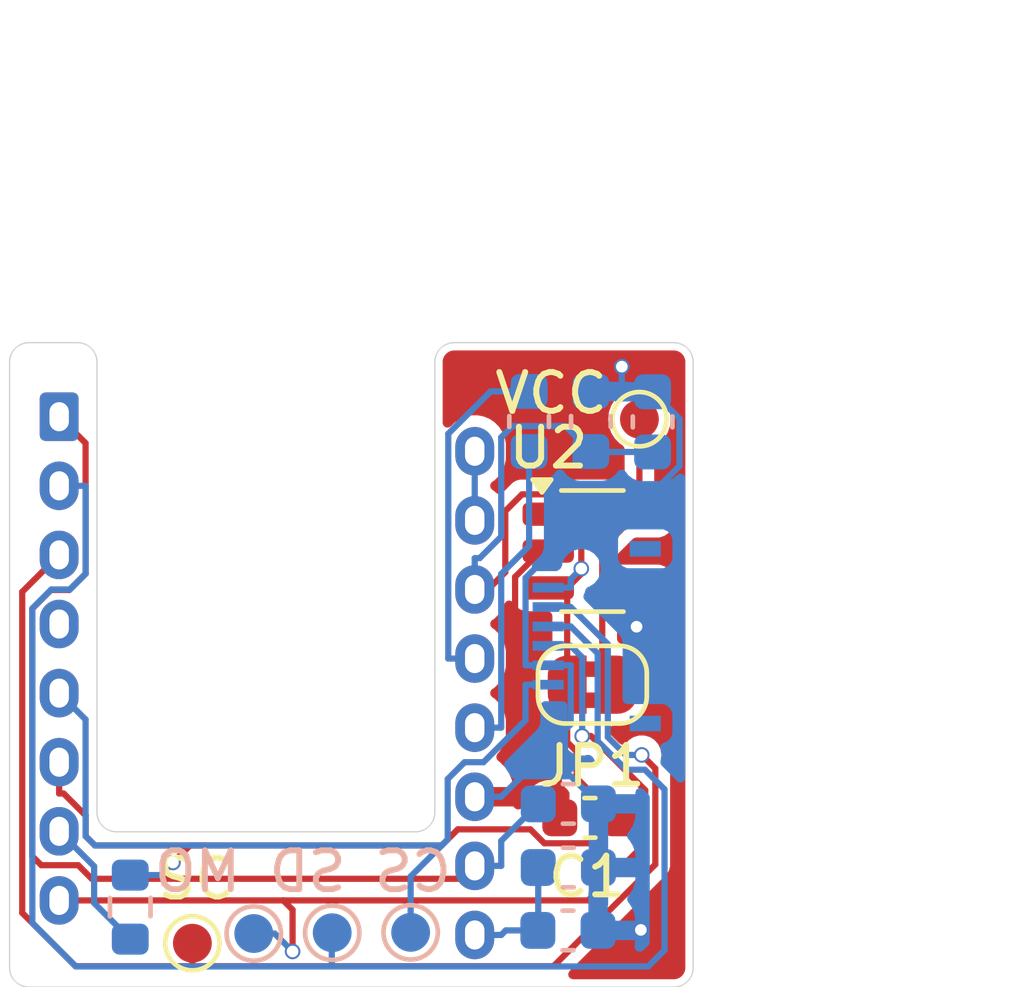
<source format=kicad_pcb>
(kicad_pcb (version 20240108) (generator "pcbnew") (generator_version "8.0")
  (layers (0 "F.Cu" signal) (31 "B.Cu" signal) (34 "B.Paste" user) (35 "F.Paste" user) (36 "B.SilkS" user "B.Silkscreen") (37 "F.SilkS" user "F.Silkscreen") (38 "B.Mask" user) (39 "F.Mask" user) (44 "Edge.Cuts" user))
  (net 0 "")
  (net 1 "GND")
  (net 2 "VCC_1.8V")
  (net 3 "Net-(U1-VCP)")
  (net 4 "Net-(U1-CN)")
  (net 5 "Net-(U1-CP)")
  (net 6 "Net-(U1-+VCSEL)")
  (net 7 "Net-(U1-NRESET)")
  (net 8 "NCS")
  (net 9 "SDIO")
  (net 10 "Net-(U1--VCSEL)")
  (net 11 "MOTION")
  (net 13 "SCLK")
  (net 14 "VCC_3.3_or_1.8V")
  (footprint "Jumper:SolderJumper-2_P1.3mm_Bridged2Bar_RoundedPad1.0x1.5mm" (layer "F.Cu") (at 39.9832 36.3233)
    (property "Reference" "JP1" (at -0.0132 2.0967 0) (layer "F.SilkS") (effects (font (thickness 0.153))))
    (property "Value" "Jumper_2_Bridged" (hide yes))
    (fp_poly (pts (xy -0.25 -0.6) (xy 0.25 -0.6) (xy 0.25 -0.2) (xy -0.25 -0.2)) (fill solid) (layer "F.Cu"))
    (fp_poly (pts (xy -0.25 0.2) (xy 0.25 0.2) (xy 0.25 0.6) (xy -0.25 0.6)) (fill solid) (layer "F.Cu"))
    (fp_line (start -1.4 0.3) (end -1.4 -0.3) (stroke (width 0.12)) (layer "F.SilkS"))
    (fp_line (start -0.7 -1) (end 0.7 -1) (stroke (width 0.12)) (layer "F.SilkS"))
    (fp_line (start 0.7 1) (end -0.7 1) (stroke (width 0.12)) (layer "F.SilkS"))
    (fp_line (start 1.4 -0.3) (end 1.4 0.3) (stroke (width 0.12)) (layer "F.SilkS"))
    (fp_arc (start -1.4 -0.3) (mid -1.194975 -0.794975) (end -0.7 -1) (stroke (width 0.12)) (layer "F.SilkS"))
    (fp_arc (start -0.7 1) (mid -1.194975 0.794975) (end -1.4 0.3) (stroke (width 0.12)) (layer "F.SilkS"))
    (fp_arc (start 0.7 -1) (mid 1.194975 -0.794975) (end 1.4 -0.3) (stroke (width 0.12)) (layer "F.SilkS"))
    (fp_arc (start 1.4 0.3) (mid 1.194975 0.794975) (end 0.7 1) (stroke (width 0.12)) (layer "F.SilkS"))
    (pad "1" smd custom (at -0.65 0) (size 1 0.5) (layers "F.Cu" "F.Mask") (net 14 "VCC_3.3_or_1.8V") (options (clearance outline) (anchor rect)) (primitives (gr_circle (center 0 0.25) (end 0.5 0.25) (width 0) (fill yes)) (gr_circle (center 0 -0.25) (end 0.5 -0.25) (width 0) (fill yes)) (gr_poly (pts (xy 0.5 0.75) (xy 0 0.75) (xy 0 -0.75) (xy 0.5 -0.75)) (width 0) (fill yes))))
    (pad "2" smd custom (at 0.65 0) (size 1 0.5) (layers "F.Cu" "F.Mask") (net 2 "VCC_1.8V") (options (clearance outline) (anchor rect)) (primitives (gr_circle (center 0 0.25) (end 0.5 0.25) (width 0) (fill yes)) (gr_circle (center 0 -0.25) (end 0.5 -0.25) (width 0) (fill yes)) (gr_poly (pts (xy 0 0.75) (xy -0.5 0.75) (xy -0.5 -0.75) (xy 0 -0.75)) (width 0) (fill yes))))
  )
  (footprint "Capacitor_SMD:C_0603_1608Metric" (layer "F.Cu") (at 39.9182 39.7533 180)
    (property "Reference" "C1" (at 0.0782 -1.5167 0) (layer "F.SilkS") (effects (font (thickness 0.153))))
    (property "Value" "100nF")
    (fp_line (start -0.14058 0.51) (end 0.14058 0.51) (stroke (width 0.12)) (layer "F.SilkS"))
    (fp_line (start -0.14058 -0.51) (end 0.14058 -0.51) (stroke (width 0.12)) (layer "F.SilkS"))
    (pad "1" smd roundrect (at -0.775 0 180) (size 0.9 0.95) (layers "F.Cu" "F.Paste" "F.Mask") (net 14 "VCC_3.3_or_1.8V"))
    (pad "2" smd roundrect (at 0.775 0 180) (size 0.9 0.95) (layers "F.Cu" "F.Paste" "F.Mask") (net 1 "GND"))
  )
  (footprint "0_pmw3610-breakout:PMW3610DM-SUDU 16Pin" (layer "F.Cu") (at 31.6032 35.5883 90)
    (property "Reference" "U1" (hide yes))
    (property "Value" "PMW3610")
    (pad "1" thru_hole roundrect (at 6.168 -5.35 270) (size 1.25 1) (drill oval 0.75 0.5) (layers "*.Cu" "*.Mask") (roundrect_rratio 0.15) (net 6 "Net-(U1-+VCSEL)"))
    (pad "2" thru_hole oval (at 4.388 -5.35 270) (size 1.25 1) (drill oval 0.75 0.5) (layers "*.Cu" "*.Mask") (net 9 "SDIO"))
    (pad "3" thru_hole oval (at 2.608 -5.35 270) (size 1.25 1) (drill oval 0.75 0.5) (layers "*.Cu" "*.Mask") (net 13 "SCLK"))
    (pad "4" thru_hole oval (at 0.828 -5.35 270) (size 1.25 1) (drill oval 0.75 0.5) (layers "*.Cu" "*.Mask"))
    (pad "5" thru_hole oval (at -0.952 -5.35 270) (size 1.25 1) (drill oval 0.75 0.5) (layers "*.Cu" "*.Mask") (net 8 "NCS"))
    (pad "6" thru_hole oval (at -2.732 -5.35 270) (size 1.25 1) (drill oval 0.75 0.5) (layers "*.Cu" "*.Mask") (net 14 "VCC_3.3_or_1.8V"))
    (pad "7" thru_hole oval (at -4.512 -5.35 270) (size 1.25 1) (drill oval 0.75 0.5) (layers "*.Cu" "*.Mask") (net 7 "Net-(U1-NRESET)"))
    (pad "8" thru_hole oval (at -6.292 -5.35 270) (size 1.25 1) (drill oval 0.75 0.5) (layers "*.Cu" "*.Mask") (net 11 "MOTION"))
    (pad "9" thru_hole oval (at -7.182 5.35 270) (size 1.25 1) (drill oval 0.75 0.5) (layers "*.Cu" "*.Mask") (net 3 "Net-(U1-VCP)"))
    (pad "10" thru_hole oval (at -5.402 5.35 270) (size 1.25 1) (drill oval 0.75 0.5) (layers "*.Cu" "*.Mask") (net 6 "Net-(U1-+VCSEL)"))
    (pad "11" thru_hole oval (at -3.622 5.35 270) (size 1.25 1) (drill oval 0.75 0.5) (layers "*.Cu" "*.Mask") (net 1 "GND"))
    (pad "12" thru_hole oval (at -1.842 5.35 270) (size 1.25 1) (drill oval 0.75 0.5) (layers "*.Cu" "*.Mask") (net 5 "Net-(U1-CP)"))
    (pad "13" thru_hole oval (at -0.062 5.35 270) (size 1.25 1) (drill oval 0.75 0.5) (layers "*.Cu" "*.Mask") (net 4 "Net-(U1-CN)"))
    (pad "14" thru_hole oval (at 1.718 5.35 270) (size 1.25 1) (drill oval 0.75 0.5) (layers "*.Cu" "*.Mask") (net 2 "VCC_1.8V"))
    (pad "15" thru_hole oval (at 3.498 5.35 270) (size 1.25 1) (drill oval 0.75 0.5) (layers "*.Cu" "*.Mask") (net 10 "Net-(U1--VCSEL)"))
    (pad "16" thru_hole oval (at 5.278 5.35 270) (size 1.25 1) (drill oval 0.75 0.5) (layers "*.Cu" "*.Mask") (net 10 "Net-(U1--VCSEL)"))
    (zone (net 0) (net_name "") (layers "*.Cu" "F.CrtYd") (connect_pads (clearance 0)) (min_thickness 0.254)
      (keepout (tracks not_allowed) (vias not_allowed) (pads not_allowed) (copperpour not_allowed) (footprints not_allowed))
      (fill (thermal_gap 0.508) (thermal_bridge_width 0.508))
      (polygon (pts (xy 27.2544 40.0895) (xy 27.2452 26.5967) (xy 35.932 26.5967) (xy 35.992 40.0895)))
    )
  )
  (footprint "TestPoint:TestPoint_Pad_D1.0mm" (layer "F.Cu") (at 41.1932 29.4833)
    (property "Reference" "J3" (hide yes))
    (property "Value" "Conn_01x01_Pin" (hide yes))
    (fp_circle (center 0 0) (end 0 0.7) (stroke (width 0.12)) (fill none) (layer "F.SilkS"))
    (pad "1" smd circle (at 0 0) (size 1 1) (layers "F.Cu" "F.Mask") (net 2 "VCC_1.8V"))
  )
  (footprint "Package_TO_SOT_SMD:SOT-23-5" (layer "F.Cu") (at 39.9832 32.8808)
    (property "Reference" "U2" (at -1.13 -2.6575 0) (layer "F.SilkS") (effects (font (thickness 0.153))))
    (property "Value" "TLV70018_SOT23-5" (hide yes))
    (fp_line (start 0 -1.56) (end -0.8 -1.56) (stroke (width 0.12)) (layer "F.SilkS"))
    (fp_line (start 0 -1.56) (end 0.8 -1.56) (stroke (width 0.12)) (layer "F.SilkS"))
    (fp_line (start 0 1.56) (end -0.8 1.56) (stroke (width 0.12)) (layer "F.SilkS"))
    (fp_line (start 0 1.56) (end 0.8 1.56) (stroke (width 0.12)) (layer "F.SilkS"))
    (fp_poly (pts (xy -1.3 -1.51) (xy -1.54 -1.84) (xy -1.06 -1.84) (xy -1.3 -1.51)) (stroke (width 0.12)) (fill solid) (layer "F.SilkS"))
    (pad "1" smd roundrect (at -1.1375 -0.95) (size 1.325 0.6) (layers "F.Cu" "F.Paste" "F.Mask") (net 14 "VCC_3.3_or_1.8V"))
    (pad "2" smd roundrect (at -1.1375 0) (size 1.325 0.6) (layers "F.Cu" "F.Paste" "F.Mask") (net 1 "GND"))
    (pad "3" smd roundrect (at -1.1375 0.95) (size 1.325 0.6) (layers "F.Cu" "F.Paste" "F.Mask") (net 14 "VCC_3.3_or_1.8V"))
    (pad "4" smd roundrect (at 1.1375 0.95) (size 1.325 0.6) (layers "F.Cu" "F.Paste" "F.Mask"))
    (pad "5" smd roundrect (at 1.1375 -0.95) (size 1.325 0.6) (layers "F.Cu" "F.Paste" "F.Mask") (net 2 "VCC_1.8V"))
  )
  (footprint "TestPoint:TestPoint_Pad_D1.0mm" (layer "F.Cu") (at 29.6832 42.9833)
    (property "Reference" "J4" (hide yes))
    (property "Value" "Conn_01x01_Pin" (hide yes))
    (fp_circle (center 0 0) (end 0 0.7) (stroke (width 0.12)) (fill none) (layer "F.SilkS"))
    (pad "1" smd circle (at 0 0) (size 1 1) (layers "F.Cu" "F.Mask") (net 13 "SCLK"))
  )
  (footprint "Capacitor_SMD:C_0603_1608Metric" (layer "B.Cu") (at 39.9432 29.5433 90)
    (property "Reference" "C8" (hide yes))
    (property "Value" "100nF")
    (fp_line (start 0.14058 -0.51) (end -0.14058 -0.51) (stroke (width 0.12)) (layer "B.SilkS"))
    (fp_line (start 0.14058 0.51) (end -0.14058 0.51) (stroke (width 0.12)) (layer "B.SilkS"))
    (pad "1" smd roundrect (at -0.775 0 90) (size 0.9 0.95) (layers "B.Cu" "B.Paste" "B.Mask") (net 2 "VCC_1.8V"))
    (pad "2" smd roundrect (at 0.775 0 90) (size 0.9 0.95) (layers "B.Cu" "B.Paste" "B.Mask") (net 1 "GND"))
  )
  (footprint "Capacitor_SMD:C_0603_1608Metric" (layer "B.Cu") (at 38.3532 29.5433 90)
    (property "Reference" "C5" (hide yes))
    (property "Value" "100nF X7R")
    (fp_line (start 0.14058 -0.51) (end -0.14058 -0.51) (stroke (width 0.12)) (layer "B.SilkS"))
    (fp_line (start 0.14058 0.51) (end -0.14058 0.51) (stroke (width 0.12)) (layer "B.SilkS"))
    (pad "1" smd roundrect (at -0.775 0 90) (size 0.9 0.95) (layers "B.Cu" "B.Paste" "B.Mask") (net 5 "Net-(U1-CP)"))
    (pad "2" smd roundrect (at 0.775 0 90) (size 0.9 0.95) (layers "B.Cu" "B.Paste" "B.Mask") (net 4 "Net-(U1-CN)"))
  )
  (footprint "TestPoint:TestPoint_Pad_D1.0mm" (layer "B.Cu") (at 35.3032 42.7033 180)
    (property "Reference" "J7" (hide yes))
    (property "Value" "Conn_01x01_Pin" (hide yes))
    (fp_circle (center 0 0) (end 0 -0.7) (stroke (width 0.12)) (fill none) (layer "B.SilkS"))
    (pad "1" smd circle (at 0 0 180) (size 1 1) (layers "B.Cu" "B.Mask") (net 8 "NCS"))
  )
  (footprint "TestPoint:TestPoint_Pad_D1.0mm" (layer "B.Cu") (at 31.2632 42.7333 180)
    (property "Reference" "J6" (hide yes))
    (property "Value" "Conn_01x01_Pin" (hide yes))
    (fp_circle (center 0 0) (end 0 -0.7) (stroke (width 0.12)) (fill none) (layer "B.SilkS"))
    (pad "1" smd circle (at 0 0 180) (size 1 1) (layers "B.Cu" "B.Mask") (net 11 "MOTION"))
  )
  (footprint "Capacitor_SMD:C_0603_1608Metric" (layer "B.Cu") (at 39.3632 39.3933)
    (property "Reference" "C6" (hide yes))
    (property "Value" "10nF")
    (fp_line (start 0.14058 -0.51) (end -0.14058 -0.51) (stroke (width 0.12)) (layer "B.SilkS"))
    (fp_line (start 0.14058 0.51) (end -0.14058 0.51) (stroke (width 0.12)) (layer "B.SilkS"))
    (pad "1" smd roundrect (at -0.775 0) (size 0.9 0.95) (layers "B.Cu" "B.Paste" "B.Mask") (net 6 "Net-(U1-+VCSEL)"))
    (pad "2" smd roundrect (at 0.775 0) (size 0.9 0.95) (layers "B.Cu" "B.Paste" "B.Mask") (net 1 "GND"))
  )
  (footprint "Capacitor_SMD:C_0603_1608Metric" (layer "B.Cu") (at 39.3532 42.6533)
    (property "Reference" "C4" (hide yes))
    (property "Value" "10nF X7R")
    (fp_line (start 0.14058 -0.51) (end -0.14058 -0.51) (stroke (width 0.12)) (layer "B.SilkS"))
    (fp_line (start 0.14058 0.51) (end -0.14058 0.51) (stroke (width 0.12)) (layer "B.SilkS"))
    (pad "1" smd roundrect (at -0.775 0) (size 0.9 0.95) (layers "B.Cu" "B.Paste" "B.Mask") (net 3 "Net-(U1-VCP)"))
    (pad "2" smd roundrect (at 0.775 0) (size 0.9 0.95) (layers "B.Cu" "B.Paste" "B.Mask") (net 1 "GND"))
  )
  (footprint "0_pmw3610-breakout:JUSHUO-AFH34-S06FIA-1H" (layer "B.Cu") (at 38.8432 35.0733 -90)
    (property "Reference" "J1" (hide yes))
    (property "Value" "Conn_01x06_Pin" (hide yes))
    (pad "0" smd rect (at -2.25 -2.5 270) (size 0.4 0.8) (layers "B.Cu" "B.Paste" "B.Mask"))
    (pad "0" smd rect (at 2.25 -2.5 270) (size 0.4 0.8) (layers "B.Cu" "B.Paste" "B.Mask"))
    (pad "1" smd rect (at -1.25 0 270) (size 0.25 0.8) (layers "B.Cu" "B.Paste" "B.Mask") (net 14 "VCC_3.3_or_1.8V"))
    (pad "2" smd rect (at -0.75 0 270) (size 0.25 0.8) (layers "B.Cu" "B.Paste" "B.Mask") (net 13 "SCLK"))
    (pad "3" smd rect (at -0.25 0 270) (size 0.25 0.8) (layers "B.Cu" "B.Paste" "B.Mask") (net 9 "SDIO"))
    (pad "4" smd rect (at 0.25 0 270) (size 0.25 0.8) (layers "B.Cu" "B.Paste" "B.Mask") (net 11 "MOTION"))
    (pad "5" smd rect (at 0.75 0 270) (size 0.25 0.8) (layers "B.Cu" "B.Paste" "B.Mask") (net 1 "GND"))
    (pad "6" smd rect (at 1.25 0 270) (size 0.25 0.8) (layers "B.Cu" "B.Paste" "B.Mask") (net 8 "NCS"))
  )
  (footprint "TestPoint:TestPoint_Pad_D1.0mm" (layer "B.Cu") (at 33.2832 42.7133 180)
    (property "Reference" "J5" (hide yes))
    (property "Value" "Conn_01x01_Pin" (hide yes))
    (fp_circle (center 0 0) (end 0 -0.7) (stroke (width 0.12)) (fill none) (layer "B.SilkS"))
    (pad "1" smd circle (at 0 0 180) (size 1 1) (layers "B.Cu" "B.Mask") (net 9 "SDIO"))
  )
  (footprint "Capacitor_SMD:C_0603_1608Metric" (layer "B.Cu") (at 41.5332 29.5533 90)
    (property "Reference" "C7" (hide yes))
    (property "Value" "10uF")
    (fp_line (start 0.14058 -0.51) (end -0.14058 -0.51) (stroke (width 0.12)) (layer "B.SilkS"))
    (fp_line (start 0.14058 0.51) (end -0.14058 0.51) (stroke (width 0.12)) (layer "B.SilkS"))
    (pad "1" smd roundrect (at -0.775 0 90) (size 0.9 0.95) (layers "B.Cu" "B.Paste" "B.Mask") (net 2 "VCC_1.8V"))
    (pad "2" smd roundrect (at 0.775 0 90) (size 0.9 0.95) (layers "B.Cu" "B.Paste" "B.Mask") (net 1 "GND"))
  )
  (footprint "Capacitor_SMD:C_0603_1608Metric" (layer "B.Cu") (at 39.3632 41.0333)
    (property "Reference" "C3" (hide yes))
    (property "Value" "10uF X7R")
    (fp_line (start 0.14058 -0.51) (end -0.14058 -0.51) (stroke (width 0.12)) (layer "B.SilkS"))
    (fp_line (start 0.14058 0.51) (end -0.14058 0.51) (stroke (width 0.12)) (layer "B.SilkS"))
    (pad "1" smd roundrect (at -0.775 0) (size 0.9 0.95) (layers "B.Cu" "B.Paste" "B.Mask") (net 3 "Net-(U1-VCP)"))
    (pad "2" smd roundrect (at 0.775 0) (size 0.9 0.95) (layers "B.Cu" "B.Paste" "B.Mask") (net 1 "GND"))
  )
  (footprint "Resistor_SMD:R_0603_1608Metric" (layer "B.Cu") (at 28.0832 42.0533 90)
    (property "Reference" "R1" (hide yes))
    (property "Value" "51kΩ")
    (fp_line (start 0.237258 -0.5225) (end -0.237258 -0.5225) (stroke (width 0.12)) (layer "B.SilkS"))
    (fp_line (start 0.237258 0.5225) (end -0.237258 0.5225) (stroke (width 0.12)) (layer "B.SilkS"))
    (pad "1" smd roundrect (at -0.825 0 90) (size 0.8 0.95) (layers "B.Cu" "B.Paste" "B.Mask") (net 7 "Net-(U1-NRESET)"))
    (pad "2" smd roundrect (at 0.825 0 90) (size 0.8 0.95) (layers "B.Cu" "B.Paste" "B.Mask") (net 14 "VCC_3.3_or_1.8V"))
  )
  (gr_poly (pts (xy 26.75157 27.512949) (xy 26.776125 27.514785) (xy 26.800483 27.517824) (xy 26.824601 27.522047) (xy 26.848438 27.527438) (xy 26.871951 27.533978) (xy 26.8951 27.541649) (xy 26.91784 27.550435) (xy 26.940132 27.560317) (xy 26.961932 27.571278) (xy 26.983199 27.5833) (xy 27.003891 27.596365) (xy 27.023966 27.610456) (xy 27.043382 27.625555) (xy 27.062096 27.641645) (xy 27.080068 27.658706) (xy 27.097173 27.676705) (xy 27.113303 27.69544) (xy 27.128441 27.714871) (xy 27.142568 27.734957) (xy 27.155668 27.755657) (xy 27.167722 27.776931) (xy 27.178712 27.798737) (xy 27.188621 27.821035) (xy 27.197431 27.843783) (xy 27.205124 27.866942) (xy 27.211682 27.89047) (xy 27.217087 27.914325) (xy 27.221323 27.938468) (xy 27.22437 27.962858) (xy 27.226211 27.987453) (xy 27.226829 28.012213) (xy 27.226829 39.612215) (xy 27.22744 39.637042) (xy 27.229263 39.661696) (xy 27.232282 39.686134) (xy 27.23648 39.710318) (xy 27.241841 39.734205) (xy 27.248349 39.757756) (xy 27.255988 39.780928) (xy 27.264743 39.803681) (xy 27.274596 39.825975) (xy 27.285531 39.847768) (xy 27.297533 39.869019) (xy 27.310586 39.889688) (xy 27.324672 39.909734) (xy 27.339777 39.929116) (xy 27.355884 39.947792) (xy 27.372976 39.965722) (xy 27.390948 39.982851) (xy 27.409664 39.998999) (xy 27.429083 40.014148) (xy 27.449163 40.028283) (xy 27.469865 40.041385) (xy 27.491146 40.053437) (xy 27.512967 40.064423) (xy 27.535285 40.074326) (xy 27.55806 40.083127) (xy 27.581251 40.090811) (xy 27.604816 40.097359) (xy 27.628716 40.102756) (xy 27.652908 40.106982) (xy 27.677352 40.110023) (xy 27.702007 40.11186) (xy 27.726831 40.112476) (xy 35.426328 40.112476) (xy 35.451152 40.11186) (xy 35.475807 40.110023) (xy 35.500251 40.106982) (xy 35.524443 40.102756) (xy 35.548343 40.097359) (xy 35.571908 40.090811) (xy 35.595099 40.083127) (xy 35.617874 40.074326) (xy 35.640192 40.064423) (xy 35.662013 40.053437) (xy 35.683294 40.041385) (xy 35.703996 40.028283) (xy 35.724077 40.014148) (xy 35.743495 39.998999) (xy 35.762211 39.982851) (xy 35.780183 39.965722) (xy 35.797275 39.947792) (xy 35.813382 39.929116) (xy 35.828487 39.909734) (xy 35.842573 39.889688) (xy 35.855626 39.869019) (xy 35.867628 39.847768) (xy 35.878563 39.825975) (xy 35.888416 39.803681) (xy 35.89717 39.780928) (xy 35.90481 39.757756) (xy 35.911318 39.734205) (xy 35.916679 39.710318) (xy 35.920877 39.686134) (xy 35.923896 39.661696) (xy 35.925719 39.637042) (xy 35.92633 39.612215) (xy 35.92633 28.012213) (xy 35.926948 27.987453) (xy 35.928789 27.962858) (xy 35.931836 27.938468) (xy 35.936072 27.914325) (xy 35.941477 27.89047) (xy 35.948036 27.866942) (xy 35.955728 27.843783) (xy 35.964538 27.821035) (xy 35.974447 27.798737) (xy 35.985437 27.776931) (xy 35.997491 27.755657) (xy 36.010591 27.734957) (xy 36.024718 27.714871) (xy 36.039856 27.69544) (xy 36.055986 27.676705) (xy 36.073091 27.658706) (xy 36.091062 27.641645) (xy 36.109777 27.625555) (xy 36.129193 27.610456) (xy 36.149268 27.596365) (xy 36.16996 27.5833) (xy 36.191227 27.571278) (xy 36.213027 27.560317) (xy 36.235319 27.550435) (xy 36.258059 27.541649) (xy 36.281208 27.533978) (xy 36.304721 27.527438) (xy 36.328558 27.522047) (xy 36.352676 27.517824) (xy 36.377034 27.514785) (xy 36.401589 27.512949) (xy 36.426299 27.512333) (xy 42.076568 27.512333) (xy 42.101392 27.512949) (xy 42.126047 27.514785) (xy 42.150491 27.517824) (xy 42.174683 27.522047) (xy 42.198582 27.527438) (xy 42.222148 27.533978) (xy 42.245339 27.541649) (xy 42.268114 27.550435) (xy 42.290432 27.560317) (xy 42.312252 27.571278) (xy 42.333534 27.5833) (xy 42.354235 27.596365) (xy 42.374316 27.610456) (xy 42.393735 27.625555) (xy 42.412451 27.641645) (xy 42.430423 27.658706) (xy 42.447521 27.676705) (xy 42.463631 27.69544) (xy 42.478739 27.714871) (xy 42.492827 27.734957) (xy 42.50588 27.755657) (xy 42.517882 27.776931) (xy 42.528817 27.798737) (xy 42.538668 27.821035) (xy 42.547421 27.843783) (xy 42.555058 27.866942) (xy 42.561565 27.89047) (xy 42.566924 27.914325) (xy 42.57112 27.938468) (xy 42.574137 27.962858) (xy 42.575959 27.987453) (xy 42.57657 28.012213) (xy 42.57657 43.612439) (xy 42.575959 43.637199) (xy 42.574137 43.661794) (xy 42.57112 43.686184) (xy 42.566924 43.710327) (xy 42.561565 43.734183) (xy 42.555058 43.757711) (xy 42.547421 43.780869) (xy 42.538668 43.803618) (xy 42.528817 43.825916) (xy 42.517882 43.847722) (xy 42.50588 43.868995) (xy 42.492827 43.889696) (xy 42.478739 43.909782) (xy 42.463631 43.929213) (xy 42.447521 43.947948) (xy 42.430423 43.965947) (xy 42.412451 43.983008) (xy 42.393735 43.999098) (xy 42.374316 44.014197) (xy 42.354235 44.028288) (xy 42.333534 44.041353) (xy 42.312252 44.053375) (xy 42.290432 44.064336) (xy 42.268114 44.074218) (xy 42.245339 44.083004) (xy 42.222148 44.090676) (xy 42.198582 44.097216) (xy 42.174683 44.102606) (xy 42.150491 44.10683) (xy 42.126047 44.109868) (xy 42.101392 44.111704) (xy 42.076568 44.11232) (xy 25.476581 44.11232) (xy 25.451756 44.111704) (xy 25.427102 44.109868) (xy 25.402658 44.10683) (xy 25.378466 44.102606) (xy 25.354566 44.097216) (xy 25.331001 44.090676) (xy 25.30781 44.083004) (xy 25.285035 44.074218) (xy 25.262717 44.064336) (xy 25.240896 44.053375) (xy 25.219615 44.041353) (xy 25.198913 44.028288) (xy 25.178833 44.014197) (xy 25.159414 43.999098) (xy 25.140698 43.983008) (xy 25.122726 43.965947) (xy 25.105634 43.947948) (xy 25.089527 43.929213) (xy 25.074422 43.909782) (xy 25.060336 43.889696) (xy 25.047283 43.868995) (xy 25.035281 43.847722) (xy 25.024345 43.825916) (xy 25.014493 43.803618) (xy 25.005738 43.780869) (xy 24.998099 43.757711) (xy 24.991591 43.734183) (xy 24.986229 43.710327) (xy 24.982032 43.686184) (xy 24.979013 43.661794) (xy 24.97719 43.637199) (xy 24.976579 43.612439) (xy 24.976579 28.012213) (xy 24.97719 27.987453) (xy 24.979013 27.962858) (xy 24.982032 27.938468) (xy 24.986229 27.914325) (xy 24.991591 27.89047) (xy 24.998099 27.866942) (xy 25.005738 27.843783) (xy 25.014493 27.821035) (xy 25.024345 27.798737) (xy 25.035281 27.776931) (xy 25.047283 27.755657) (xy 25.060336 27.734957) (xy 25.074422 27.714871) (xy 25.089527 27.69544) (xy 25.105634 27.676705) (xy 25.122726 27.658706) (xy 25.140698 27.641645) (xy 25.159414 27.625555) (xy 25.178833 27.610456) (xy 25.198913 27.596365) (xy 25.219615 27.5833) (xy 25.240896 27.571278) (xy 25.262717 27.560317) (xy 25.285035 27.550435) (xy 25.30781 27.541649) (xy 25.331001 27.533978) (xy 25.354566 27.527438) (xy 25.378466 27.522047) (xy 25.402658 27.517824) (xy 25.427102 27.514785) (xy 25.451756 27.512949) (xy 25.476581 27.512333) (xy 26.72686 27.512333)) (stroke (width 0.034519) (color 0 0 255 1)) (fill none) (layer "Edge.Cuts"))
  (gr_text "CS SD MO" (at 36.44 41.72 0) (layer "B.SilkS") (effects (font (size 1 1) (thickness 0.153)) (justify left bottom mirror)))
  (gr_text "SC" (at 28.7 41.91 0) (layer "F.SilkS") (effects (font (size 1 1) (thickness 0.153)) (justify left bottom)))
  (gr_text "VCC" (at 37.39 29.4 0) (layer "F.SilkS") (effects (font (size 1 1) (thickness 0.153)) (justify left bottom)))
  (segment (start 37.9922 33.5471) (end 38.6585 32.8808) (width 0.16) (layer "F.Cu") (net 1))
  (segment (start 36.9532 39.2103) (end 37.9922 39.2103) (width 0.16) (layer "F.Cu") (net 1))
  (segment (start 37.9922 39.2103) (end 37.9922 33.5471) (width 0.16) (layer "F.Cu") (net 1))
  (segment (start 39.1432 39.7533) (end 38.5352 39.7533) (width 0.16) (layer "F.Cu") (net 1))
  (segment (start 38.6585 32.8808) (end 38.8457 32.8808) (width 0.16) (layer "F.Cu") (net 1))
  (segment (start 38.5352 39.7533) (end 37.9922 39.2103) (width 0.16) (layer "F.Cu") (net 1))
  (via (at 41.12 34.83) (size 0.4) (drill 0.3) (layers "F.Cu" "B.Cu") (net 1))
  (via (at 40.74 28.13) (size 0.4) (drill 0.3) (layers "F.Cu" "B.Cu") (net 1))
  (via (at 41.23 42.64) (size 0.4) (drill 0.3) (layers "F.Cu" "B.Cu") (net 1))
  (segment (start 39.4249 35.8233) (end 39.4249 37.3407) (width 0.16) (layer "B.Cu") (net 1))
  (segment (start 38.2615 33.5723) (end 38.2615 35.8233) (width 0.16) (layer "B.Cu") (net 1))
  (segment (start 39.1441 32.6897) (end 38.2615 33.5723) (width 0.16) (layer "B.Cu") (net 1))
  (segment (start 42.2272 29.4723) (end 42.2272 30.687) (width 0.16) (layer "B.Cu") (net 1))
  (segment (start 38.8432 35.8233) (end 38.2615 35.8233) (width 0.16) (layer "B.Cu") (net 1))
  (segment (start 39.2775 38.68) (end 38.1652 38.68) (width 0.16) (layer "B.Cu") (net 1))
  (segment (start 40.1382 41.0333) (end 40.1382 39.3933) (width 0.16) (layer "B.Cu") (net 1))
  (segment (start 36.9532 39.2103) (end 37.6349 39.2103) (width 0.16) (layer "B.Cu") (net 1))
  (segment (start 41.5332 28.7783) (end 42.2272 29.4723) (width 0.16) (layer "B.Cu") (net 1))
  (segment (start 42.2272 30.687) (end 40.2245 32.6897) (width 0.16) (layer "B.Cu") (net 1))
  (segment (start 40.74 28.13) (end 40.74 28.7583) (width 0.16) (layer "B.Cu") (net 1))
  (segment (start 39.2775 37.4881) (end 39.2775 38.68) (width 0.16) (layer "B.Cu") (net 1))
  (segment (start 40.2245 32.6897) (end 39.1441 32.6897) (width 0.16) (layer "B.Cu") (net 1))
  (segment (start 38.8432 35.8233) (end 39.4249 35.8233) (width 0.16) (layer "B.Cu") (net 1))
  (segment (start 39.9432 28.7683) (end 39.9532 28.7783) (width 0.16) (layer "B.Cu") (net 1))
  (segment (start 40.1282 41.0433) (end 40.1282 42.6533) (width 0.16) (layer "B.Cu") (net 1))
  (segment (start 40.72 28.7783) (end 41.5332 28.7783) (width 0.16) (layer "B.Cu") (net 1))
  (segment (start 40.74 28.7583) (end 40.72 28.7783) (width 0.16) (layer "B.Cu") (net 1))
  (segment (start 40.1382 39.3933) (end 39.4249 38.68) (width 0.16) (layer "B.Cu") (net 1))
  (segment (start 39.4249 37.3407) (end 39.2775 37.4881) (width 0.16) (layer "B.Cu") (net 1))
  (segment (start 38.1652 38.68) (end 37.6349 39.2103) (width 0.16) (layer "B.Cu") (net 1))
  (segment (start 39.9532 28.7783) (end 40.72 28.7783) (width 0.16) (layer "B.Cu") (net 1))
  (segment (start 40.1382 41.0333) (end 40.1282 41.0433) (width 0.16) (layer "B.Cu") (net 1))
  (segment (start 39.4249 38.68) (end 39.2775 38.68) (width 0.16) (layer "B.Cu") (net 1))
  (segment (start 41.1207 31.9308) (end 40.6099 31.42) (width 0.16) (layer "F.Cu") (net 2))
  (segment (start 36.9532 33.8703) (end 37.2941 33.8703) (width 0.16) (layer "F.Cu") (net 2))
  (segment (start 37.74 33.4244) (end 37.2941 33.8703) (width 0.16) (layer "F.Cu") (net 2))
  (segment (start 40.2364 32.8151) (end 40.2364 35.9265) (width 0.16) (layer "F.Cu") (net 2))
  (segment (start 41.1932 29.4833) (end 41.1932 31.8583) (width 0.16) (layer "F.Cu") (net 2))
  (segment (start 41.1207 31.9308) (end 40.2364 32.8151) (width 0.16) (layer "F.Cu") (net 2))
  (segment (start 40.2364 35.9265) (end 40.6332 36.3233) (width 0.16) (layer "F.Cu") (net 2))
  (segment (start 40.6099 31.42) (end 38.1701 31.42) (width 0.16) (layer "F.Cu") (net 2))
  (segment (start 41.1932 31.8583) (end 41.1207 31.9308) (width 0.16) (layer "F.Cu") (net 2))
  (segment (start 37.74 31.8501) (end 37.74 33.4244) (width 0.16) (layer "F.Cu") (net 2))
  (segment (start 38.1701 31.42) (end 37.74 31.8501) (width 0.16) (layer "F.Cu") (net 2))
  (segment (start 39.9532 30.3283) (end 39.9432 30.3183) (width 0.16) (layer "B.Cu") (net 2))
  (segment (start 41.5332 30.3283) (end 39.9532 30.3283) (width 0.16) (layer "B.Cu") (net 2))
  (segment (start 37.6349 29.9505) (end 37.6349 32.5086) (width 0.16) (layer "B.Cu") (net 2))
  (segment (start 36.9532 33.8703) (end 36.9532 33.0636) (width 0.16) (layer "B.Cu") (net 2))
  (segment (start 39.9432 30.3183) (end 39.2863 29.6614) (width 0.16) (layer "B.Cu") (net 2))
  (segment (start 37.924 29.6614) (end 37.6349 29.9505) (width 0.16) (layer "B.Cu") (net 2))
  (segment (start 37.0799 33.0636) (end 36.9532 33.0636) (width 0.16) (layer "B.Cu") (net 2))
  (segment (start 39.2863 29.6614) (end 37.924 29.6614) (width 0.16) (layer "B.Cu") (net 2))
  (segment (start 37.6349 32.5086) (end 37.0799 33.0636) (width 0.16) (layer "B.Cu") (net 2))
  (segment (start 38.5882 41.0333) (end 38.5882 42.6433) (width 0.16) (layer "B.Cu") (net 3))
  (segment (start 37.7519 42.6533) (end 37.6349 42.7703) (width 0.16) (layer "B.Cu") (net 3))
  (segment (start 38.5782 42.6533) (end 37.7519 42.6533) (width 0.16) (layer "B.Cu") (net 3))
  (segment (start 36.9532 42.7703) (end 37.6349 42.7703) (width 0.16) (layer "B.Cu") (net 3))
  (segment (start 38.5882 42.6433) (end 38.5782 42.6533) (width 0.16) (layer "B.Cu") (net 3))
  (segment (start 36.2715 29.8592) (end 36.2715 35.6503) (width 0.16) (layer "B.Cu") (net 4))
  (segment (start 37.3624 28.7683) (end 36.2715 29.8592) (width 0.16) (layer "B.Cu") (net 4))
  (segment (start 36.9532 35.6503) (end 36.2715 35.6503) (width 0.16) (layer "B.Cu") (net 4))
  (segment (start 38.3532 28.7683) (end 37.3624 28.7683) (width 0.16) (layer "B.Cu") (net 4))
  (segment (start 37.6349 33.4688) (end 37.6349 37.4303) (width 0.16) (layer "B.Cu") (net 5))
  (segment (start 38.3532 32.7505) (end 37.6349 33.4688) (width 0.16) (layer "B.Cu") (net 5))
  (segment (start 36.9532 37.4303) (end 37.6349 37.4303) (width 0.16) (layer "B.Cu") (net 5))
  (segment (start 38.3532 30.3183) (end 38.3532 32.7505) (width 0.16) (layer "B.Cu") (net 5))
  (segment (start 25.7932 40.9733) (end 25.5624 40.7425) (width 0.16) (layer "F.Cu") (net 6))
  (segment (start 36.9532 40.9903) (end 36.6202 41.3233) (width 0.16) (layer "F.Cu") (net 6))
  (segment (start 26.5132 33.8833) (end 26.9332 33.4633) (width 0.16) (layer "F.Cu") (net 6))
  (segment (start 26.9332 33.4633) (end 26.9332 30.1003) (width 0.16) (layer "F.Cu") (net 6))
  (segment (start 36.6202 41.3233) (end 27.0932 41.3233) (width 0.16) (layer "F.Cu") (net 6))
  (segment (start 27.0932 41.3233) (end 26.7432 40.9733) (width 0.16) (layer "F.Cu") (net 6))
  (segment (start 25.5624 40.7425) (end 25.5624 34.364435) (width 0.16) (layer "F.Cu") (net 6))
  (segment (start 25.5624 34.364435) (end 26.043535 33.8833) (width 0.16) (layer "F.Cu") (net 6))
  (segment (start 26.043535 33.8833) (end 26.5132 33.8833) (width 0.16) (layer "F.Cu") (net 6))
  (segment (start 26.9332 30.1003) (end 26.2532 29.4203) (width 0.16) (layer "F.Cu") (net 6))
  (segment (start 26.7432 40.9733) (end 25.7932 40.9733) (width 0.16) (layer "F.Cu") (net 6))
  (segment (start 38.5882 39.3933) (end 37.6349 40.3466) (width 0.16) (layer "B.Cu") (net 6))
  (segment (start 36.9532 40.9903) (end 37.6349 40.9903) (width 0.16) (layer "B.Cu") (net 6))
  (segment (start 37.6349 40.3466) (end 37.6349 40.9903) (width 0.16) (layer "B.Cu") (net 6))
  (segment (start 27.1532 41.0003) (end 26.2532 40.1003) (width 0.16) (layer "B.Cu") (net 7))
  (segment (start 27.1532 41.9483) (end 27.1532 41.0003) (width 0.16) (layer "B.Cu") (net 7))
  (segment (start 28.0832 42.8783) (end 27.1532 41.9483) (width 0.16) (layer "B.Cu") (net 7))
  (segment (start 36.692 38.3203) (end 37.1789 38.3203) (width 0.16) (layer "B.Cu") (net 8))
  (segment (start 26.2532 36.5403) (end 26.9332 37.2203) (width 0.16) (layer "B.Cu") (net 8))
  (segment (start 36.257 40.3095) (end 36.257 38.7553) (width 0.16) (layer "B.Cu") (net 8))
  (segment (start 27.1732 40.4633) (end 36.1032 40.4633) (width 0.16) (layer "B.Cu") (net 8))
  (segment (start 36.257 38.7553) (end 36.692 38.3203) (width 0.16) (layer "B.Cu") (net 8))
  (segment (start 35.3032 42.7033) (end 35.3032 41.2633) (width 0.16) (layer "B.Cu") (net 8))
  (segment (start 36.1032 40.4633) (end 36.257 40.3095) (width 0.16) (layer "B.Cu") (net 8))
  (segment (start 38.2615 37.2377) (end 38.2615 36.3233) (width 0.16) (layer "B.Cu") (net 8))
  (segment (start 26.9332 40.2233) (end 27.1732 40.4633) (width 0.16) (layer "B.Cu") (net 8))
  (segment (start 26.9332 37.2203) (end 26.9332 40.2233) (width 0.16) (layer "B.Cu") (net 8))
  (segment (start 35.3032 41.2633) (end 36.1032 40.4633) (width 0.16) (layer "B.Cu") (net 8))
  (segment (start 38.2615 36.3233) (end 38.8432 36.3233) (width 0.16) (layer "B.Cu") (net 8))
  (segment (start 37.1789 38.3203) (end 38.2615 37.2377) (width 0.16) (layer "B.Cu") (net 8))
  (segment (start 39.4249 34.8233) (end 38.8432 34.8233) (width 0.16) (layer "B.Cu") (net 9))
  (segment (start 26.9349 33.4667) (end 26.5313 33.8703) (width 0.16) (layer "B.Cu") (net 9))
  (segment (start 26.5313 33.8703) (end 26.0521 33.8703) (width 0.16) (layer "B.Cu") (net 9))
  (segment (start 33.2732 43.5812) (end 41.4188 43.5812) (width 0.16) (layer "B.Cu") (net 9))
  (segment (start 26.6811 43.5812) (end 33.2732 43.5812) (width 0.16) (layer "B.Cu") (net 9))
  (segment (start 26.2532 31.2003) (end 26.9349 31.2003) (width 0.16) (layer "B.Cu") (net 9))
  (segment (start 40.1184 35.5168) (end 39.4249 34.8233) (width 0.16) (layer "B.Cu") (net 9))
  (segment (start 33.2832 42.7133) (end 33.2732 42.7233) (width 0.16) (layer "B.Cu") (net 9))
  (segment (start 40.1184 37.779596) (end 40.1184 35.5168) (width 0.16) (layer "B.Cu") (net 9))
  (segment (start 33.2732 42.7233) (end 33.2732 43.5812) (width 0.16) (layer "B.Cu") (net 9))
  (segment (start 40.852104 38.5133) (end 40.1184 37.779596) (width 0.16) (layer "B.Cu") (net 9))
  (segment (start 41.3333 38.5133) (end 40.852104 38.5133) (width 0.16) (layer "B.Cu") (net 9))
  (segment (start 41.4188 43.5812) (end 41.84 43.16) (width 0.16) (layer "B.Cu") (net 9))
  (segment (start 26.0521 33.8703) (end 25.5632 34.3592) (width 0.16) (layer "B.Cu") (net 9))
  (segment (start 26.9349 31.2003) (end 26.9349 33.4667) (width 0.16) (layer "B.Cu") (net 9))
  (segment (start 25.5632 34.3592) (end 25.5632 42.4633) (width 0.16) (layer "B.Cu") (net 9))
  (segment (start 41.84 39.02) (end 41.3333 38.5133) (width 0.16) (layer "B.Cu") (net 9))
  (segment (start 41.84 43.16) (end 41.84 39.02) (width 0.16) (layer "B.Cu") (net 9))
  (segment (start 25.5632 42.4633) (end 26.6811 43.5812) (width 0.16) (layer "B.Cu") (net 9))
  (segment (start 36.9532 32.0903) (end 36.9532 30.3103) (width 0.16) (layer "B.Cu") (net 10))
  (segment (start 41.3432 40.4133) (end 41.3432 39.041) (width 0.16) (layer "F.Cu") (net 11))
  (segment (start 32.2632 42.1203) (end 32.0232 41.8803) (width 0.16) (layer "F.Cu") (net 11))
  (segment (start 41.3432 39.041) (end 39.9483 37.6461) (width 0.16) (layer "F.Cu") (net 11))
  (segment (start 39.9483 37.6461) (end 39.7193 37.6461) (width 0.16) (layer "F.Cu") (net 11))
  (segment (start 39.8762 41.8803) (end 41.3432 40.4133) (width 0.16) (layer "F.Cu") (net 11))
  (segment (start 32.0232 41.8803) (end 39.8762 41.8803) (width 0.16) (layer "F.Cu") (net 11))
  (segment (start 26.2532 41.8803) (end 32.0232 41.8803) (width 0.16) (layer "F.Cu") (net 11))
  (segment (start 32.2632 43.1953) (end 32.2632 42.1203) (width 0.16) (layer "F.Cu") (net 11))
  (via (at 39.7193 37.6461) (size 0.4) (drill 0.3) (layers "F.Cu" "B.Cu") (net 11))
  (via (at 32.2632 43.1953) (size 0.4) (drill 0.3) (layers "F.Cu" "B.Cu") (net 11))
  (segment (start 39.7192 35.6176) (end 39.7192 37.6461) (width 0.16) (layer "B.Cu") (net 11))
  (segment (start 38.8432 35.3233) (end 39.4249 35.3233) (width 0.16) (layer "B.Cu") (net 11))
  (segment (start 32.2632 43.1953) (end 31.8012 42.7333) (width 0.16) (layer "B.Cu") (net 11))
  (segment (start 39.4249 35.3233) (end 39.7192 35.6176) (width 0.16) (layer "B.Cu") (net 11))
  (segment (start 31.8012 42.7333) (end 31.2632 42.7333) (width 0.16) (layer "B.Cu") (net 11))
  (segment (start 39.7192 37.6461) (end 39.7193 37.6461) (width 0.16) (layer "B.Cu") (net 11))
  (segment (start 25.3024 33.9311) (end 26.2532 32.9803) (width 0.16) (layer "F.Cu") (net 13))
  (segment (start 41.2532 38.1333) (end 41.603201 38.483301) (width 0.16) (layer "F.Cu") (net 13))
  (segment (start 41.603201 40.953299) (end 38.9812 43.5753) (width 0.16) (layer "F.Cu") (net 13))
  (segment (start 25.3024 42.2025) (end 25.3024 33.9311) (width 0.16) (layer "F.Cu") (net 13))
  (segment (start 29.6832 42.9833) (end 29.6832 43.5753) (width 0.16) (layer "F.Cu") (net 13))
  (segment (start 29.6832 43.5753) (end 26.6752 43.5753) (width 0.16) (layer "F.Cu") (net 13))
  (segment (start 38.9812 43.5753) (end 29.6832 43.5753) (width 0.16) (layer "F.Cu") (net 13))
  (segment (start 26.6752 43.5753) (end 25.3024 42.2025) (width 0.16) (layer "F.Cu") (net 13))
  (segment (start 41.603201 38.483301) (end 41.603201 40.953299) (width 0.16) (layer "F.Cu") (net 13))
  (via (at 41.2532 38.1333) (size 0.4) (drill 0.3) (layers "F.Cu" "B.Cu") (net 13))
  (segment (start 40.3801 37.6736) (end 40.3801 35.2785) (width 0.16) (layer "B.Cu") (net 13))
  (segment (start 41.2532 38.1333) (end 40.8398 38.1333) (width 0.16) (layer "B.Cu") (net 13))
  (segment (start 40.3801 35.2785) (end 39.4249 34.3233) (width 0.16) (layer "B.Cu") (net 13))
  (segment (start 39.4249 34.3233) (end 38.8432 34.3233) (width 0.16) (layer "B.Cu") (net 13))
  (segment (start 40.8398 38.1333) (end 40.3801 37.6736) (width 0.16) (layer "B.Cu") (net 13))
  (segment (start 26.9349 40.225) (end 26.9349 39.693) (width 0.16) (layer "F.Cu") (net 14))
  (segment (start 40.6032 39.7533) (end 39.5756 38.7257) (width 0.16) (layer "F.Cu") (net 14))
  (segment (start 40.6932 39.7533) (end 40.6032 39.7533) (width 0.16) (layer "F.Cu") (net 14))
  (segment (start 39.3332 33.8308) (end 39.3332 36.3233) (width 0.16) (layer "F.Cu") (net 14))
  (segment (start 39.6969 33.3332) (end 39.6969 33.4671) (width 0.16) (layer "F.Cu") (net 14))
  (segment (start 26.3689 39.127) (end 26.2532 39.127) (width 0.16) (layer "F.Cu") (net 14))
  (segment (start 30.0132 40.46644) (end 27.17634 40.46644) (width 0.16) (layer "F.Cu") (net 14))
  (segment (start 29.1832 40.9033) (end 29.62006 40.46644) (width 0.16) (layer "F.Cu") (net 14))
  (segment (start 29.62006 40.46644) (end 30.0132 40.46644) (width 0.16) (layer "F.Cu") (net 14))
  (segment (start 39.5756 38.7257) (end 39.5756 38.0439) (width 0.16) (layer "F.Cu") (net 14))
  (segment (start 39.6969 32.533) (end 39.6969 33.3332) (width 0.16) (layer "F.Cu") (net 14))
  (segment (start 40.0382 40.4083) (end 40.6932 39.7533) (width 0.16) (layer "F.Cu") (net 14))
  (segment (start 39.5756 38.0439) (end 39.3332 37.8015) (width 0.16) (layer "F.Cu") (net 14))
  (segment (start 36.5167 40.0498) (end 38.385708 40.0498) (width 0.16) (layer "F.Cu") (net 14))
  (segment (start 26.2532 39.127) (end 26.2532 38.3203) (width 0.16) (layer "F.Cu") (net 14))
  (segment (start 38.744208 40.4083) (end 40.0382 40.4083) (width 0.16) (layer "F.Cu") (net 14))
  (segment (start 27.17634 40.46644) (end 26.9349 40.225) (width 0.16) (layer "F.Cu") (net 14))
  (segment (start 36.10006 40.46644) (end 30.0132 40.46644) (width 0.16) (layer "F.Cu") (net 14))
  (segment (start 39.3332 37.8015) (end 39.3332 36.3233) (width 0.16) (layer "F.Cu") (net 14))
  (segment (start 26.9349 39.693) (end 26.3689 39.127) (width 0.16) (layer "F.Cu") (net 14))
  (segment (start 39.6969 33.4671) (end 39.3332 33.8308) (width 0.16) (layer "F.Cu") (net 14))
  (segment (start 39.0947 31.9308) (end 39.6969 32.533) (width 0.16) (layer "F.Cu") (net 14))
  (segment (start 38.8457 31.9308) (end 39.0947 31.9308) (width 0.16) (layer "F.Cu") (net 14))
  (segment (start 36.5167 40.0498) (end 36.10006 40.46644) (width 0.16) (layer "F.Cu") (net 14))
  (segment (start 39.3332 33.8308) (end 38.8457 33.8308) (width 0.16) (layer "F.Cu") (net 14))
  (segment (start 38.385708 40.0498) (end 38.744208 40.4083) (width 0.16) (layer "F.Cu") (net 14))
  (via (at 29.1832 40.9033) (size 0.4) (drill 0.3) (layers "F.Cu" "B.Cu") (net 14))
  (via (at 39.6969 33.3332) (size 0.4) (drill 0.3) (layers "F.Cu" "B.Cu") (net 14))
  (segment (start 39.4249 33.8233) (end 39.4249 33.6052) (width 0.16) (layer "B.Cu") (net 14))
  (segment (start 38.8432 33.8233) (end 39.4249 33.8233) (width 0.16) (layer "B.Cu") (net 14))
  (segment (start 39.4249 33.6052) (end 39.6969 33.3332) (width 0.16) (layer "B.Cu") (net 14))
  (segment (start 29.1832 40.9033) (end 28.8582 41.2283) (width 0.16) (layer "B.Cu") (net 14))
  (segment (start 28.8582 41.2283) (end 28.0832 41.2283) (width 0.16) (layer "B.Cu") (net 14))
  (zone (net 1) (net_name "GND") (layer "F.Cu") (connect_pads (clearance 0.3)) (min_thickness 0.25) (fill yes (thermal_gap 0.5) (thermal_bridge_width 0.5))
    (polygon (pts (xy 24.98 27.49) (xy 42.59 27.51) (xy 42.56 44.11) (xy 24.98 44.11)))
  )
  (zone (net 1) (net_name "GND") (layer "B.Cu") (connect_pads (clearance 0.3)) (min_thickness 0.25) (fill yes (thermal_gap 0.5) (thermal_bridge_width 0.5))
    (polygon (pts (xy 24.73 27.65) (xy 42.6 27.51) (xy 42.57 44.11) (xy 24.99 44.11)))
  )
)
</source>
